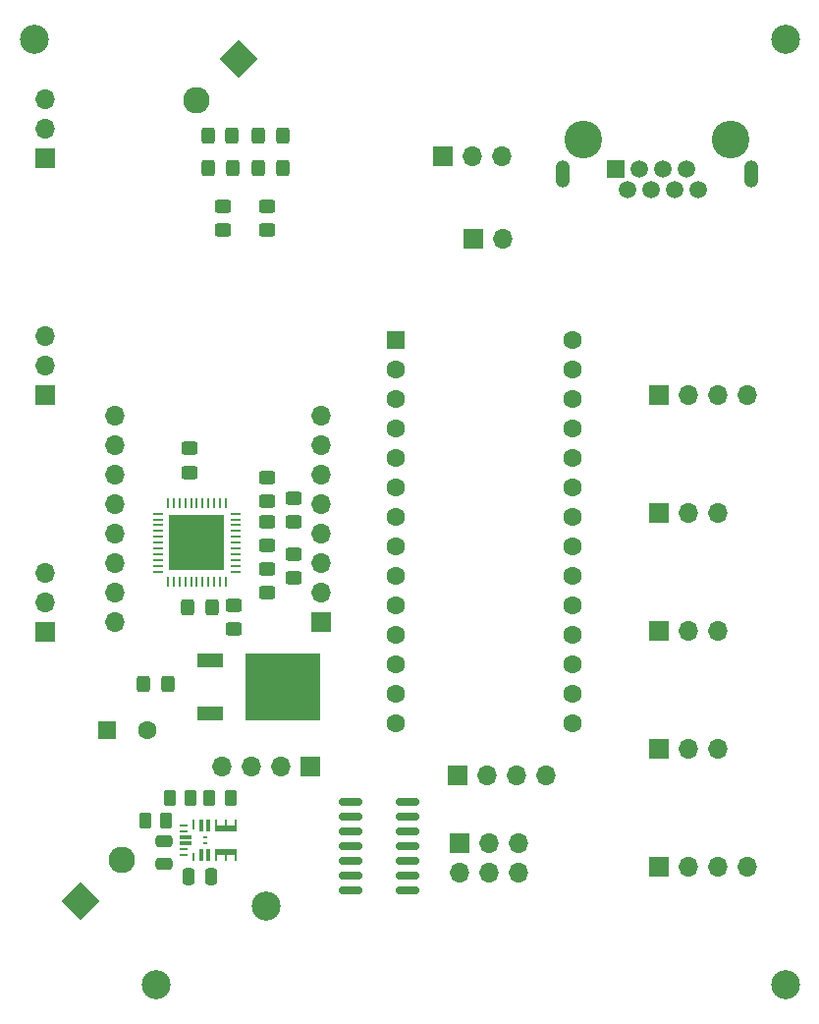
<source format=gbr>
G04 #@! TF.GenerationSoftware,KiCad,Pcbnew,(6.0.7)*
G04 #@! TF.CreationDate,2023-06-14T22:42:32-05:00*
G04 #@! TF.ProjectId,ControlBoardT4_DFminiSound_PowerAmp,436f6e74-726f-46c4-926f-61726454345f,rev?*
G04 #@! TF.SameCoordinates,Original*
G04 #@! TF.FileFunction,Soldermask,Bot*
G04 #@! TF.FilePolarity,Negative*
%FSLAX46Y46*%
G04 Gerber Fmt 4.6, Leading zero omitted, Abs format (unit mm)*
G04 Created by KiCad (PCBNEW (6.0.7)) date 2023-06-14 22:42:32*
%MOMM*%
%LPD*%
G01*
G04 APERTURE LIST*
G04 Aperture macros list*
%AMRoundRect*
0 Rectangle with rounded corners*
0 $1 Rounding radius*
0 $2 $3 $4 $5 $6 $7 $8 $9 X,Y pos of 4 corners*
0 Add a 4 corners polygon primitive as box body*
4,1,4,$2,$3,$4,$5,$6,$7,$8,$9,$2,$3,0*
0 Add four circle primitives for the rounded corners*
1,1,$1+$1,$2,$3*
1,1,$1+$1,$4,$5*
1,1,$1+$1,$6,$7*
1,1,$1+$1,$8,$9*
0 Add four rect primitives between the rounded corners*
20,1,$1+$1,$2,$3,$4,$5,0*
20,1,$1+$1,$4,$5,$6,$7,0*
20,1,$1+$1,$6,$7,$8,$9,0*
20,1,$1+$1,$8,$9,$2,$3,0*%
%AMHorizOval*
0 Thick line with rounded ends*
0 $1 width*
0 $2 $3 position (X,Y) of the first rounded end (center of the circle)*
0 $4 $5 position (X,Y) of the second rounded end (center of the circle)*
0 Add line between two ends*
20,1,$1,$2,$3,$4,$5,0*
0 Add two circle primitives to create the rounded ends*
1,1,$1,$2,$3*
1,1,$1,$4,$5*%
%AMRotRect*
0 Rectangle, with rotation*
0 The origin of the aperture is its center*
0 $1 length*
0 $2 width*
0 $3 Rotation angle, in degrees counterclockwise*
0 Add horizontal line*
21,1,$1,$2,0,0,$3*%
G04 Aperture macros list end*
%ADD10RotRect,2.286000X2.286000X45.000000*%
%ADD11C,2.286000*%
%ADD12RotRect,2.286000X2.286000X225.000000*%
%ADD13R,1.700000X1.700000*%
%ADD14O,1.700000X1.700000*%
%ADD15HorizOval,2.500000X0.000000X0.000000X0.000000X0.000000X0*%
%ADD16C,3.250000*%
%ADD17R,1.500000X1.500000*%
%ADD18C,1.500000*%
%ADD19O,1.259000X2.362000*%
%ADD20R,1.600000X1.600000*%
%ADD21C,1.600000*%
%ADD22C,2.500000*%
%ADD23RoundRect,0.250000X-0.450000X0.325000X-0.450000X-0.325000X0.450000X-0.325000X0.450000X0.325000X0*%
%ADD24R,0.254000X0.965200*%
%ADD25R,0.965200X0.254000*%
%ADD26R,4.851400X4.851400*%
%ADD27C,0.800000*%
%ADD28RoundRect,0.250000X0.450000X-0.325000X0.450000X0.325000X-0.450000X0.325000X-0.450000X-0.325000X0*%
%ADD29R,2.200000X1.200000*%
%ADD30R,6.400000X5.800000*%
%ADD31RoundRect,0.250000X0.325000X0.450000X-0.325000X0.450000X-0.325000X-0.450000X0.325000X-0.450000X0*%
%ADD32RoundRect,0.250000X-0.325000X-0.450000X0.325000X-0.450000X0.325000X0.450000X-0.325000X0.450000X0*%
%ADD33RoundRect,0.250000X-0.262500X-0.450000X0.262500X-0.450000X0.262500X0.450000X-0.262500X0.450000X0*%
%ADD34RoundRect,0.250000X0.262500X0.450000X-0.262500X0.450000X-0.262500X-0.450000X0.262500X-0.450000X0*%
%ADD35R,0.254000X0.812800*%
%ADD36R,0.304800X1.092200*%
%ADD37R,0.254000X0.508000*%
%ADD38R,1.954000X0.584000*%
%ADD39R,0.254000X0.711200*%
%ADD40R,0.711200X0.254000*%
%ADD41R,1.092200X0.304800*%
%ADD42R,0.406400X0.254000*%
%ADD43RoundRect,0.250000X0.250000X0.475000X-0.250000X0.475000X-0.250000X-0.475000X0.250000X-0.475000X0*%
%ADD44RoundRect,0.250000X-0.475000X0.250000X-0.475000X-0.250000X0.475000X-0.250000X0.475000X0.250000X0*%
%ADD45RoundRect,0.150000X-0.825000X-0.150000X0.825000X-0.150000X0.825000X0.150000X-0.825000X0.150000X0*%
G04 APERTURE END LIST*
D10*
X116200000Y-147000000D03*
D11*
X119792102Y-143407898D03*
D12*
X129812051Y-74403949D03*
D11*
X126219949Y-77996051D03*
D13*
X113200000Y-83000000D03*
D14*
X113200000Y-80460000D03*
X113200000Y-77920000D03*
D13*
X113200000Y-103400000D03*
D14*
X113200000Y-100860000D03*
X113200000Y-98320000D03*
D13*
X113200000Y-123800000D03*
D14*
X113200000Y-121260000D03*
X113200000Y-118720000D03*
D15*
X132228100Y-147359000D03*
D13*
X136000000Y-135400000D03*
D14*
X133460000Y-135400000D03*
X130920000Y-135400000D03*
X128380000Y-135400000D03*
D16*
X159578320Y-81379180D03*
X172278320Y-81379180D03*
D17*
X162379020Y-83919180D03*
D18*
X163399020Y-85699180D03*
X164409020Y-83919180D03*
X165429020Y-85699180D03*
X166439020Y-83919180D03*
X167459020Y-85699180D03*
X168469020Y-83919180D03*
X169489020Y-85699180D03*
D19*
X174058320Y-84281130D03*
X157798320Y-84281130D03*
D13*
X166100000Y-144000000D03*
D14*
X168640000Y-144000000D03*
X171180000Y-144000000D03*
X173720000Y-144000000D03*
D20*
X143357000Y-98638000D03*
D21*
X143357000Y-101178000D03*
X143357000Y-103718000D03*
X143357000Y-106258000D03*
X143357000Y-108798000D03*
X143357000Y-111338000D03*
X143357000Y-113878000D03*
X143357000Y-116418000D03*
X143357000Y-118958000D03*
X143357000Y-121498000D03*
X143357000Y-124038000D03*
X143357000Y-126578000D03*
X143357000Y-129118000D03*
X143357000Y-131658000D03*
X158597000Y-131658000D03*
X158597000Y-129118000D03*
X158597000Y-126578000D03*
X158597000Y-124038000D03*
X158597000Y-121498000D03*
X158597000Y-118958000D03*
X158597000Y-116418000D03*
X158597000Y-113878000D03*
X158597000Y-111338000D03*
X158597000Y-108798000D03*
X158597000Y-106258000D03*
X158597000Y-103718000D03*
X158597000Y-101178000D03*
X158597000Y-98638000D03*
D13*
X150109000Y-89916000D03*
D14*
X152649000Y-89916000D03*
D13*
X148750000Y-136130000D03*
D14*
X151290000Y-136130000D03*
X153830000Y-136130000D03*
X156370000Y-136130000D03*
D13*
X166100000Y-103360000D03*
D14*
X168640000Y-103360000D03*
X171180000Y-103360000D03*
X173720000Y-103360000D03*
D13*
X166100000Y-113520000D03*
D14*
X168640000Y-113520000D03*
X171180000Y-113520000D03*
D13*
X166100000Y-123680000D03*
D14*
X168640000Y-123680000D03*
X171180000Y-123680000D03*
D13*
X166100000Y-133840000D03*
D14*
X168640000Y-133840000D03*
X171180000Y-133840000D03*
D13*
X136977200Y-122921000D03*
D14*
X119197200Y-122921000D03*
X136977200Y-120381000D03*
X119197200Y-120381000D03*
X136977200Y-117841000D03*
X119197200Y-117841000D03*
X136977200Y-115301000D03*
X119197200Y-115301000D03*
X136977200Y-112761000D03*
X119197200Y-112761000D03*
X136977200Y-110221000D03*
X119197200Y-110221000D03*
X136977200Y-107681000D03*
X119197200Y-107681000D03*
X136977200Y-105141000D03*
X119197200Y-105141000D03*
D22*
X177000000Y-154200000D03*
D20*
X118500000Y-132200000D03*
D21*
X122000000Y-132200000D03*
D13*
X147470000Y-82770000D03*
D14*
X150010000Y-82770000D03*
X152550000Y-82770000D03*
D13*
X148855000Y-141980000D03*
D14*
X148855000Y-144520000D03*
X151395000Y-141980000D03*
X151395000Y-144520000D03*
X153935000Y-141980000D03*
X153935000Y-144520000D03*
D22*
X112200000Y-72700000D03*
X177000000Y-72700000D03*
X122700000Y-154200000D03*
D23*
X129400000Y-121485000D03*
X129400000Y-123535000D03*
D24*
X123738000Y-112699800D03*
X124237999Y-112699800D03*
X124738000Y-112699800D03*
X125237999Y-112699800D03*
X125738001Y-112699800D03*
X126238000Y-112699800D03*
X126737999Y-112699800D03*
X127238001Y-112699800D03*
X127738000Y-112699800D03*
X128238001Y-112699800D03*
X128738000Y-112699800D03*
D25*
X129616200Y-113578000D03*
X129616200Y-114077999D03*
X129616200Y-114578000D03*
X129616200Y-115077999D03*
X129616200Y-115578001D03*
X129616200Y-116078000D03*
X129616200Y-116577999D03*
X129616200Y-117078001D03*
X129616200Y-117578000D03*
X129616200Y-118078001D03*
X129616200Y-118578000D03*
D24*
X128738000Y-119456200D03*
X128238001Y-119456200D03*
X127738000Y-119456200D03*
X127238001Y-119456200D03*
X126737999Y-119456200D03*
X126238000Y-119456200D03*
X125738001Y-119456200D03*
X125237999Y-119456200D03*
X124738000Y-119456200D03*
X124237999Y-119456200D03*
X123738000Y-119456200D03*
D25*
X122859800Y-118578000D03*
X122859800Y-118078001D03*
X122859800Y-117578000D03*
X122859800Y-117078001D03*
X122859800Y-116577999D03*
X122859800Y-116078000D03*
X122859800Y-115578001D03*
X122859800Y-115077999D03*
X122859800Y-114578000D03*
X122859800Y-114077999D03*
X122859800Y-113578000D03*
D26*
X126238000Y-116078000D03*
D27*
X126238000Y-116078000D03*
X126238000Y-117290850D03*
X127450850Y-115471575D03*
X126238000Y-114865150D03*
X125025150Y-115471575D03*
X125025150Y-116684425D03*
X127450850Y-116684425D03*
D28*
X132334000Y-112531000D03*
X132334000Y-110481000D03*
D29*
X127372000Y-130804000D03*
X127372000Y-126244000D03*
D30*
X133672000Y-128524000D03*
D23*
X132334000Y-114291000D03*
X132334000Y-116341000D03*
D31*
X133613000Y-83820000D03*
X131563000Y-83820000D03*
X127526000Y-121666000D03*
X125476000Y-121666000D03*
D28*
X128524000Y-89163000D03*
X128524000Y-87113000D03*
D23*
X132334000Y-118355000D03*
X132334000Y-120405000D03*
D28*
X132334000Y-89163000D03*
X132334000Y-87113000D03*
D31*
X123707000Y-128270000D03*
X121657000Y-128270000D03*
X129286000Y-81026000D03*
X127236000Y-81026000D03*
D28*
X134620000Y-114309000D03*
X134620000Y-112259000D03*
D23*
X134620000Y-117085000D03*
X134620000Y-119135000D03*
D32*
X127245000Y-83820000D03*
X129295000Y-83820000D03*
D23*
X125600000Y-107975000D03*
X125600000Y-110025000D03*
D31*
X133613000Y-81026000D03*
X131563000Y-81026000D03*
D33*
X123873500Y-138102000D03*
X125698500Y-138102000D03*
D34*
X123580500Y-140058000D03*
X121755500Y-140058000D03*
D35*
X125958000Y-140338000D03*
D36*
X126607999Y-140478000D03*
X127258000Y-140478000D03*
D37*
X127908000Y-140186000D03*
X128758001Y-140186000D03*
X129608000Y-140186000D03*
D38*
X128758000Y-140732000D03*
D37*
X129608000Y-143278000D03*
X128758001Y-143278000D03*
X127908000Y-143278000D03*
D38*
X128758000Y-142732000D03*
D36*
X127258000Y-142986000D03*
X126607999Y-142986000D03*
D39*
X125958000Y-143176000D03*
D40*
X125064000Y-142982000D03*
X125064000Y-142482001D03*
D41*
X125254000Y-141982000D03*
X125254000Y-141482000D03*
D40*
X125064000Y-140981999D03*
X125064000Y-140482000D03*
D42*
X126933000Y-141482000D03*
X126933000Y-141982000D03*
D33*
X127315500Y-138102000D03*
X129140500Y-138102000D03*
D43*
X127438000Y-144872000D03*
X125538000Y-144872000D03*
D44*
X123368000Y-141836000D03*
X123368000Y-143736000D03*
D45*
X139495000Y-146010000D03*
X139495000Y-144740000D03*
X139495000Y-143470000D03*
X139495000Y-142200000D03*
X139495000Y-140930000D03*
X139495000Y-139660000D03*
X139495000Y-138390000D03*
X144445000Y-138390000D03*
X144445000Y-139660000D03*
X144445000Y-140930000D03*
X144445000Y-142200000D03*
X144445000Y-143470000D03*
X144445000Y-144740000D03*
X144445000Y-146010000D03*
M02*

</source>
